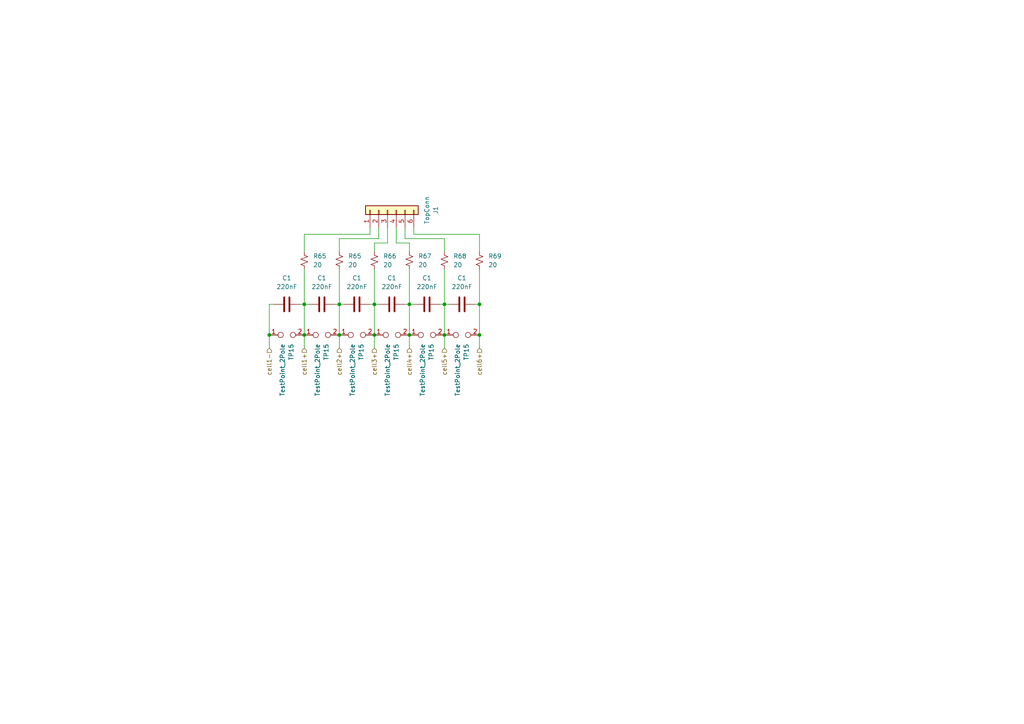
<source format=kicad_sch>
(kicad_sch (version 20230121) (generator eeschema)
  (paper "A4")
  (lib_symbols
    (symbol "Connector:TestPoint_2Pole" (pin_names (offset 0.762) hide)
      (property "Reference" "TP" (at 0 1.524 0))
      (property "Value" "TestPoint_2Pole" (at 0 -1.778 0))
      (symbol "TestPoint_2Pole_0_1"
        (circle (center -1.778 0) (radius 0.762))
        (circle (center 1.778 0) (radius 0.762))
        (pin passive line (at -5.08 0 0) (length 2.54) (name "1") (number "1"))
        (pin passive line (at 5.08 0 180) (length 2.54) (name "2") (number "2"))
      )
    )
    (symbol "Connector_Generic:Conn_01x06" (pin_names (offset 1.016) hide)
      (property "Reference" "J" (at 0 7.62 0))
      (property "Value" "Conn_01x06" (at 0 -10.16 0))
      (symbol "Conn_01x06_1_1"
        (rectangle (start -1.27 -7.493) (end 0 -7.747) (stroke (width 0.1524)))
        (rectangle (start -1.27 -4.953) (end 0 -5.207) (stroke (width 0.1524)))
        (rectangle (start -1.27 -2.413) (end 0 -2.667) (stroke (width 0.1524)))
        (rectangle (start -1.27 0.127) (end 0 -0.127) (stroke (width 0.1524)))
        (rectangle (start -1.27 2.667) (end 0 2.413) (stroke (width 0.1524)))
        (rectangle (start -1.27 5.207) (end 0 4.953) (stroke (width 0.1524)))
        (rectangle (start -1.27 6.35) (end 1.27 -8.89) (stroke (width 0.254)) (fill (type background)))
        (pin passive line (at -5.08 5.08 0) (length 3.81) (name "Pin_1") (number "1"))
        (pin passive line (at -5.08 2.54 0) (length 3.81) (name "Pin_2") (number "2"))
        (pin passive line (at -5.08 0 0) (length 3.81) (name "Pin_3") (number "3"))
        (pin passive line (at -5.08 -2.54 0) (length 3.81) (name "Pin_4") (number "4"))
        (pin passive line (at -5.08 -5.08 0) (length 3.81) (name "Pin_5") (number "5"))
        (pin passive line (at -5.08 -7.62 0) (length 3.81) (name "Pin_6") (number "6"))
      )
    )
    (symbol "Device:C" (pin_numbers hide) (pin_names (offset 0.254))
      (property "Reference" "C" (at 0.635 2.54 0))
      (property "Value" "C" (at 0.635 -2.54 0))
      (symbol "C_0_1"
        (polyline (pts (xy -2.032 -0.762) (xy 2.032 -0.762)) (stroke (width 0.508)))
        (polyline (pts (xy -2.032 0.762) (xy 2.032 0.762)) (stroke (width 0.508)))
      )
      (symbol "C_1_1"
        (pin passive line (at 0 3.81 270) (length 2.794) (name "~") (number "1"))
        (pin passive line (at 0 -3.81 90) (length 2.794) (name "~") (number "2"))
      )
    )
    (symbol "Device:R_Small_US" (pin_numbers hide) (pin_names (offset 0.254) hide)
      (property "Reference" "R" (at 0.762 0.508 0))
      (property "Value" "R_Small_US" (at 0.762 -1.016 0))
      (symbol "R_Small_US_1_1"
        (polyline (pts (xy 0 0) (xy 1.016 -0.381) (xy 0 -0.762) (xy -1.016 -1.143) (xy 0 -1.524)))
        (polyline (pts (xy 0 1.524) (xy 1.016 1.143) (xy 0 0.762) (xy -1.016 0.381) (xy 0 0)))
        (pin passive line (at 0 2.54 270) (length 1.016) (name "~") (number "1"))
        (pin passive line (at 0 -2.54 90) (length 1.016) (name "~") (number "2"))
      )
    )
  )
  (junction (at 108.585 97.155))
  (junction (at 139.065 88.265))
  (junction (at 98.425 88.265))
  (junction (at 88.265 88.265))
  (junction (at 88.265 97.155))
  (junction (at 128.905 88.265))
  (junction (at 118.745 88.265))
  (junction (at 139.065 97.155))
  (junction (at 128.905 97.155))
  (junction (at 98.425 97.155))
  (junction (at 108.585 88.265))
  (junction (at 78.105 97.155))
  (junction (at 118.745 97.155))
  (wire (pts (xy 128.905 69.215) (xy 128.905 73.025)))
  (wire (pts (xy 88.265 67.945) (xy 88.265 73.025)))
  (wire (pts (xy 139.065 88.265) (xy 139.065 97.155)))
  (wire (pts (xy 88.265 88.265) (xy 88.265 97.155)))
  (wire (pts (xy 108.585 78.105) (xy 108.585 88.265)))
  (wire (pts (xy 88.265 88.265) (xy 89.535 88.265)))
  (wire (pts (xy 108.585 70.485) (xy 108.585 73.025)))
  (wire (pts (xy 108.585 88.265) (xy 107.315 88.265)))
  (wire (pts (xy 109.855 69.215) (xy 98.425 69.215)))
  (wire (pts (xy 78.105 97.155) (xy 78.105 100.965)))
  (wire (pts (xy 98.425 78.105) (xy 98.425 88.265)))
  (wire (pts (xy 108.585 88.265) (xy 109.855 88.265)))
  (wire (pts (xy 107.315 66.04) (xy 107.315 67.945)))
  (wire (pts (xy 117.475 69.215) (xy 128.905 69.215)))
  (wire (pts (xy 118.745 88.265) (xy 117.475 88.265)))
  (wire (pts (xy 114.935 66.04) (xy 114.935 70.485)))
  (wire (pts (xy 108.585 88.265) (xy 108.585 97.155)))
  (wire (pts (xy 139.065 78.105) (xy 139.065 88.265)))
  (wire (pts (xy 98.425 88.265) (xy 97.155 88.265)))
  (wire (pts (xy 98.425 69.215) (xy 98.425 73.025)))
  (wire (pts (xy 117.475 66.04) (xy 117.475 69.215)))
  (wire (pts (xy 88.265 78.105) (xy 88.265 88.265)))
  (wire (pts (xy 139.065 88.265) (xy 137.795 88.265)))
  (wire (pts (xy 118.745 88.265) (xy 118.745 97.155)))
  (wire (pts (xy 112.395 66.04) (xy 112.395 70.485)))
  (wire (pts (xy 118.745 70.485) (xy 118.745 73.025)))
  (wire (pts (xy 128.905 78.105) (xy 128.905 88.265)))
  (wire (pts (xy 108.585 97.155) (xy 108.585 100.965)))
  (wire (pts (xy 139.065 67.945) (xy 139.065 73.025)))
  (wire (pts (xy 79.375 88.265) (xy 78.105 88.265)))
  (wire (pts (xy 128.905 88.265) (xy 128.905 97.155)))
  (wire (pts (xy 109.855 66.04) (xy 109.855 69.215)))
  (wire (pts (xy 98.425 88.265) (xy 98.425 97.155)))
  (wire (pts (xy 139.065 97.155) (xy 139.065 100.965)))
  (wire (pts (xy 128.905 88.265) (xy 130.175 88.265)))
  (wire (pts (xy 78.105 88.265) (xy 78.105 97.155)))
  (wire (pts (xy 98.425 88.265) (xy 99.695 88.265)))
  (wire (pts (xy 88.265 97.155) (xy 88.265 100.965)))
  (wire (pts (xy 120.015 67.945) (xy 139.065 67.945)))
  (wire (pts (xy 118.745 78.105) (xy 118.745 88.265)))
  (wire (pts (xy 120.015 66.04) (xy 120.015 67.945)))
  (wire (pts (xy 112.395 70.485) (xy 108.585 70.485)))
  (wire (pts (xy 114.935 70.485) (xy 118.745 70.485)))
  (wire (pts (xy 118.745 97.155) (xy 118.745 100.965)))
  (wire (pts (xy 86.995 88.265) (xy 88.265 88.265)))
  (wire (pts (xy 98.425 97.155) (xy 98.425 100.965)))
  (wire (pts (xy 107.315 67.945) (xy 88.265 67.945)))
  (wire (pts (xy 118.745 88.265) (xy 120.015 88.265)))
  (wire (pts (xy 128.905 97.155) (xy 128.905 100.965)))
  (wire (pts (xy 128.905 88.265) (xy 127.635 88.265)))
  (hierarchical_label "cell4+" (shape input) (at 118.745 100.965 270))
  (hierarchical_label "cell3+" (shape input) (at 108.585 100.965 270))
  (hierarchical_label "cell1+" (shape input) (at 88.265 100.965 270))
  (hierarchical_label "cell5+" (shape input) (at 128.905 100.965 270))
  (hierarchical_label "cell2+" (shape input) (at 98.425 100.965 270))
  (hierarchical_label "cell1-" (shape input) (at 78.105 100.965 270))
  (hierarchical_label "cell6+" (shape input) (at 139.065 100.965 270))
  (symbol (lib_id "Device:R_Small_US") (at 98.425 75.565 0) (unit 1)
    (property "Reference" "R65" (at 100.965 74.295 0) (effects (justify left)))
    (property "Value" "20" (at 100.965 76.835 0) (effects (justify left)))
    (property "Footprint" "Resistor_SMD:R_0805_2012Metric" (effects hide))
    (instances (project "BPS-Minion" (path "" (reference "R65") (unit 1)) (path "" (reference "R54") (unit 1)) (path "" (reference "R60") (unit 1)) (path "" (reference "R66") (unit 1)) (path "" (reference "R72") (unit 1)) (path "" (reference "R78") (unit 1)) (path "" (reference "R84") (unit 1))))
  )
  (symbol (lib_id "Connector_Generic:Conn_01x06") (at 112.395 60.96 90) (unit 1)
    (property "Reference" "J1" (at 126.365 60.96 0))
    (property "Value" "TopConn" (at 123.825 60.96 0))
    (property "Footprint" "Connector_Molex:Molex_Micro-Fit_3.0_43650-0600_1x06_P3.00mm_Horizontal" (effects hide))
    (instances (project "BPS-Minion" (path "" (reference "J1") (unit 1)) (path "" (reference "J2") (unit 1)) (path "" (reference "J6") (unit 1)) (path "" (reference "J7") (unit 1)) (path "" (reference "J8") (unit 1)) (path "" (reference "J9") (unit 1)) (path "" (reference "J10") (unit 1)) (path "" (reference "J11") (unit 1))))
  )
  (symbol (lib_id "Device:C") (at 133.985 88.265 270) (unit 1)
    (property "Reference" "C1" (at 133.985 80.645 90))
    (property "Value" "220nF" (at 133.985 83.185 90))
    (property "Footprint" "Capacitor_SMD:C_0805_2012Metric_Pad1.18x1.45mm_HandSolder" (effects hide))
    (instances (project "BPS-Minion" (path "" (reference "C1") (unit 1)) (path "" (reference "C42") (unit 1)) (path "" (reference "C30") (unit 1)) (path "" (reference "C36") (unit 1)) (path "" (reference "C42") (unit 1)) (path "" (reference "C48") (unit 1)) (path "" (reference "C54") (unit 1)) (path "" (reference "C60") (unit 1))))
  )
  (symbol (lib_id "Connector:TestPoint_2Pole") (at 83.185 97.155 0) (unit 1)
    (property "Reference" "TP15" (at 84.455 99.695 90) (effects (justify right)))
    (property "Value" "TestPoint_2Pole" (at 81.915 99.695 90) (effects (justify right)))
    (property "Footprint" "Jumper:SolderJumper-2_P1.3mm_Open_RoundedPad1.0x1.5mm" (effects hide))
    (instances (project "BPS-Minion" (path "" (reference "TP15") (unit 1)) (path "" (reference "TP21") (unit 1)) (path "" (reference "TP1") (unit 1)) (path "" (reference "TP7") (unit 1)) (path "" (reference "TP13") (unit 1)) (path "" (reference "TP19") (unit 1)) (path "" (reference "TP25") (unit 1)) (path "" (reference "TP31") (unit 1))))
  )
  (symbol (lib_id "Device:R_Small_US") (at 118.745 75.565 0) (unit 1)
    (property "Reference" "R67" (at 121.285 74.295 0) (effects (justify left)))
    (property "Value" "20" (at 121.285 76.835 0) (effects (justify left)))
    (property "Footprint" "Resistor_SMD:R_0805_2012Metric" (effects hide))
    (instances (project "BPS-Minion" (path "" (reference "R67") (unit 1)) (path "" (reference "R56") (unit 1)) (path "" (reference "R62") (unit 1)) (path "" (reference "R68") (unit 1)) (path "" (reference "R74") (unit 1)) (path "" (reference "R80") (unit 1)) (path "" (reference "R86") (unit 1))))
  )
  (symbol (lib_id "Connector:TestPoint_2Pole") (at 93.345 97.155 0) (unit 1)
    (property "Reference" "TP15" (at 94.615 99.695 90) (effects (justify right)))
    (property "Value" "TestPoint_2Pole" (at 92.075 99.695 90) (effects (justify right)))
    (property "Footprint" "Jumper:SolderJumper-2_P1.3mm_Open_RoundedPad1.0x1.5mm" (effects hide))
    (instances (project "BPS-Minion" (path "" (reference "TP15") (unit 1)) (path "" (reference "TP22") (unit 1)) (path "" (reference "TP2") (unit 1)) (path "" (reference "TP8") (unit 1)) (path "" (reference "TP14") (unit 1)) (path "" (reference "TP20") (unit 1)) (path "" (reference "TP26") (unit 1)) (path "" (reference "TP32") (unit 1))))
  )
  (symbol (lib_id "Device:C") (at 113.665 88.265 270) (unit 1)
    (property "Reference" "C1" (at 113.665 80.645 90))
    (property "Value" "220nF" (at 113.665 83.185 90))
    (property "Footprint" "Capacitor_SMD:C_0805_2012Metric_Pad1.18x1.45mm_HandSolder" (effects hide))
    (instances (project "BPS-Minion" (path "" (reference "C1") (unit 1)) (path "" (reference "C40") (unit 1)) (path "" (reference "C28") (unit 1)) (path "" (reference "C34") (unit 1)) (path "" (reference "C40") (unit 1)) (path "" (reference "C46") (unit 1)) (path "" (reference "C52") (unit 1)) (path "" (reference "C58") (unit 1))))
  )
  (symbol (lib_id "Device:R_Small_US") (at 108.585 75.565 0) (unit 1)
    (property "Reference" "R66" (at 111.125 74.295 0) (effects (justify left)))
    (property "Value" "20" (at 111.125 76.835 0) (effects (justify left)))
    (property "Footprint" "Resistor_SMD:R_0805_2012Metric" (effects hide))
    (instances (project "BPS-Minion" (path "" (reference "R66") (unit 1)) (path "" (reference "R55") (unit 1)) (path "" (reference "R61") (unit 1)) (path "" (reference "R67") (unit 1)) (path "" (reference "R73") (unit 1)) (path "" (reference "R79") (unit 1)) (path "" (reference "R85") (unit 1))))
  )
  (symbol (lib_id "Connector:TestPoint_2Pole") (at 133.985 97.155 0) (unit 1)
    (property "Reference" "TP15" (at 135.255 99.695 90) (effects (justify right)))
    (property "Value" "TestPoint_2Pole" (at 132.715 99.695 90) (effects (justify right)))
    (property "Footprint" "Jumper:SolderJumper-2_P1.3mm_Open_RoundedPad1.0x1.5mm" (effects hide))
    (instances (project "BPS-Minion" (path "" (reference "TP15") (unit 1)) (path "" (reference "TP26") (unit 1)) (path "" (reference "TP6") (unit 1)) (path "" (reference "TP12") (unit 1)) (path "" (reference "TP18") (unit 1)) (path "" (reference "TP24") (unit 1)) (path "" (reference "TP30") (unit 1)) (path "" (reference "TP36") (unit 1))))
  )
  (symbol (lib_id "Device:C") (at 83.185 88.265 270) (unit 1)
    (property "Reference" "C1" (at 83.185 80.645 90))
    (property "Value" "220nF" (at 83.185 83.185 90))
    (property "Footprint" "Capacitor_SMD:C_0805_2012Metric_Pad1.18x1.45mm_HandSolder" (effects hide))
    (instances (project "BPS-Minion" (path "" (reference "C1") (unit 1)) (path "" (reference "C37") (unit 1)) (path "" (reference "C25") (unit 1)) (path "" (reference "C31") (unit 1)) (path "" (reference "C37") (unit 1)) (path "" (reference "C43") (unit 1)) (path "" (reference "C49") (unit 1)) (path "" (reference "C55") (unit 1))))
  )
  (symbol (lib_id "Device:R_Small_US") (at 88.265 75.565 0) (unit 1)
    (property "Reference" "R65" (at 90.805 74.295 0) (effects (justify left)))
    (property "Value" "20" (at 90.805 76.835 0) (effects (justify left)))
    (property "Footprint" "Resistor_SMD:R_0805_2012Metric" (effects hide))
    (instances (project "BPS-Minion" (path "" (reference "R65") (unit 1)) (path "" (reference "R53") (unit 1)) (path "" (reference "R59") (unit 1)) (path "" (reference "R65") (unit 1)) (path "" (reference "R71") (unit 1)) (path "" (reference "R77") (unit 1)) (path "" (reference "R83") (unit 1))))
  )
  (symbol (lib_id "Device:C") (at 103.505 88.265 270) (unit 1)
    (property "Reference" "C1" (at 103.505 80.645 90))
    (property "Value" "220nF" (at 103.505 83.185 90))
    (property "Footprint" "Capacitor_SMD:C_0805_2012Metric_Pad1.18x1.45mm_HandSolder" (effects hide))
    (instances (project "BPS-Minion" (path "" (reference "C1") (unit 1)) (path "" (reference "C39") (unit 1)) (path "" (reference "C27") (unit 1)) (path "" (reference "C33") (unit 1)) (path "" (reference "C39") (unit 1)) (path "" (reference "C45") (unit 1)) (path "" (reference "C51") (unit 1)) (path "" (reference "C57") (unit 1))))
  )
  (symbol (lib_id "Device:R_Small_US") (at 139.065 75.565 0) (unit 1)
    (property "Reference" "R69" (at 141.605 74.295 0) (effects (justify left)))
    (property "Value" "20" (at 141.605 76.835 0) (effects (justify left)))
    (property "Footprint" "Resistor_SMD:R_0805_2012Metric" (effects hide))
    (instances (project "BPS-Minion" (path "" (reference "R69") (unit 1)) (path "" (reference "R58") (unit 1)) (path "" (reference "R64") (unit 1)) (path "" (reference "R70") (unit 1)) (path "" (reference "R76") (unit 1)) (path "" (reference "R82") (unit 1)) (path "" (reference "R88") (unit 1))))
  )
  (symbol (lib_id "Device:C") (at 93.345 88.265 270) (unit 1)
    (property "Reference" "C1" (at 93.345 80.645 90))
    (property "Value" "220nF" (at 93.345 83.185 90))
    (property "Footprint" "Capacitor_SMD:C_0805_2012Metric_Pad1.18x1.45mm_HandSolder" (effects hide))
    (instances (project "BPS-Minion" (path "" (reference "C1") (unit 1)) (path "" (reference "C38") (unit 1)) (path "" (reference "C26") (unit 1)) (path "" (reference "C32") (unit 1)) (path "" (reference "C38") (unit 1)) (path "" (reference "C44") (unit 1)) (path "" (reference "C50") (unit 1)) (path "" (reference "C56") (unit 1))))
  )
  (symbol (lib_id "Device:R_Small_US") (at 128.905 75.565 0) (unit 1)
    (property "Reference" "R68" (at 131.445 74.295 0) (effects (justify left)))
    (property "Value" "20" (at 131.445 76.835 0) (effects (justify left)))
    (property "Footprint" "Resistor_SMD:R_0805_2012Metric" (effects hide))
    (instances (project "BPS-Minion" (path "" (reference "R68") (unit 1)) (path "" (reference "R57") (unit 1)) (path "" (reference "R63") (unit 1)) (path "" (reference "R69") (unit 1)) (path "" (reference "R75") (unit 1)) (path "" (reference "R81") (unit 1)) (path "" (reference "R87") (unit 1))))
  )
  (symbol (lib_id "Connector:TestPoint_2Pole") (at 103.505 97.155 0) (unit 1)
    (property "Reference" "TP15" (at 104.775 99.695 90) (effects (justify right)))
    (property "Value" "TestPoint_2Pole" (at 102.235 99.695 90) (effects (justify right)))
    (property "Footprint" "Jumper:SolderJumper-2_P1.3mm_Open_RoundedPad1.0x1.5mm" (effects hide))
    (instances (project "BPS-Minion" (path "" (reference "TP15") (unit 1)) (path "" (reference "TP23") (unit 1)) (path "" (reference "TP3") (unit 1)) (path "" (reference "TP9") (unit 1)) (path "" (reference "TP15") (unit 1)) (path "" (reference "TP21") (unit 1)) (path "" (reference "TP27") (unit 1)) (path "" (reference "TP33") (unit 1))))
  )
  (symbol (lib_id "Connector:TestPoint_2Pole") (at 123.825 97.155 0) (unit 1)
    (property "Reference" "TP15" (at 125.095 99.695 90) (effects (justify right)))
    (property "Value" "TestPoint_2Pole" (at 122.555 99.695 90) (effects (justify right)))
    (property "Footprint" "Jumper:SolderJumper-2_P1.3mm_Open_RoundedPad1.0x1.5mm" (effects hide))
    (instances (project "BPS-Minion" (path "" (reference "TP15") (unit 1)) (path "" (reference "TP25") (unit 1)) (path "" (reference "TP5") (unit 1)) (path "" (reference "TP11") (unit 1)) (path "" (reference "TP17") (unit 1)) (path "" (reference "TP23") (unit 1)) (path "" (reference "TP29") (unit 1)) (path "" (reference "TP35") (unit 1))))
  )
  (symbol (lib_id "Connector:TestPoint_2Pole") (at 113.665 97.155 0) (unit 1)
    (property "Reference" "TP15" (at 114.935 99.695 90) (effects (justify right)))
    (property "Value" "TestPoint_2Pole" (at 112.395 99.695 90) (effects (justify right)))
    (property "Footprint" "Jumper:SolderJumper-2_P1.3mm_Open_RoundedPad1.0x1.5mm" (effects hide))
    (instances (project "BPS-Minion" (path "" (reference "TP15") (unit 1)) (path "" (reference "TP24") (unit 1)) (path "" (reference "TP4") (unit 1)) (path "" (reference "TP10") (unit 1)) (path "" (reference "TP16") (unit 1)) (path "" (reference "TP22") (unit 1)) (path "" (reference "TP28") (unit 1)) (path "" (reference "TP34") (unit 1))))
  )
  (symbol (lib_id "Device:C") (at 123.825 88.265 270) (unit 1)
    (property "Reference" "C1" (at 123.825 80.645 90))
    (property "Value" "220nF" (at 123.825 83.185 90))
    (property "Footprint" "Capacitor_SMD:C_0805_2012Metric_Pad1.18x1.45mm_HandSolder" (effects hide))
    (instances (project "BPS-Minion" (path "" (reference "C1") (unit 1)) (path "" (reference "C41") (unit 1)) (path "" (reference "C29") (unit 1)) (path "" (reference "C35") (unit 1)) (path "" (reference "C41") (unit 1)) (path "" (reference "C47") (unit 1)) (path "" (reference "C53") (unit 1)) (path "" (reference "C59") (unit 1))))
  )
)
</source>
